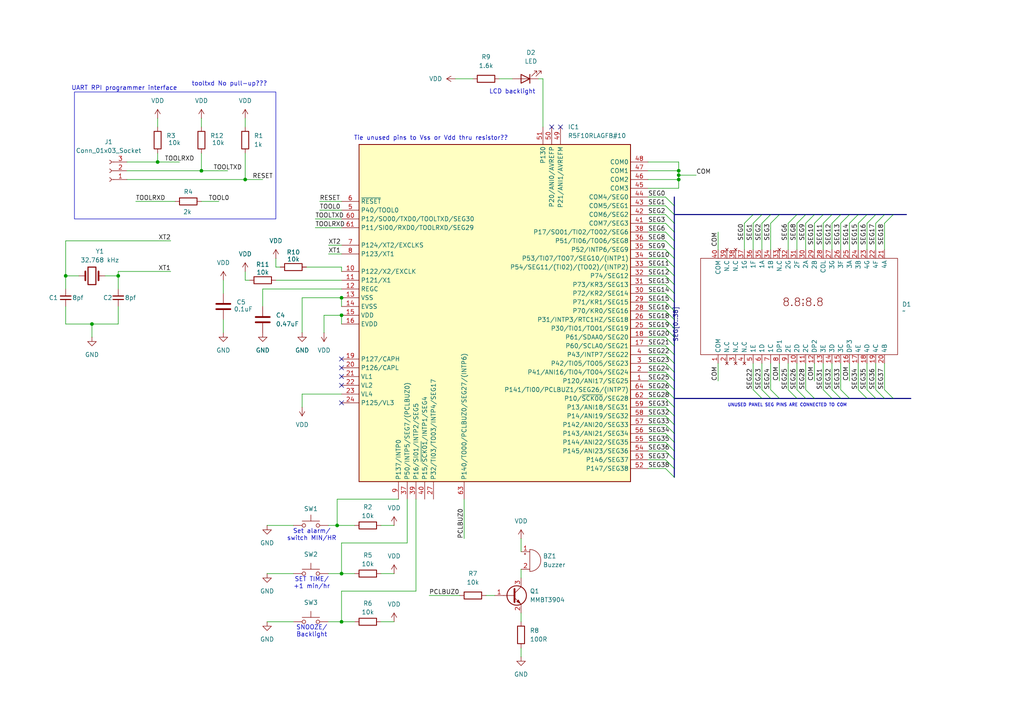
<source format=kicad_sch>
(kicad_sch (version 20250114) (generator "eeschema") (generator_version "9.0")
  (paper "A4")
  (lib_symbols
    (symbol "3rdparty:R5F10RLAGFB#10"
      (property "Reference" "IC" (at 90.932 55.372 0))
      (property "Value" "R5F10RLAGFB#10" (at 90.932 52.832 0))
      (symbol "R5F10RLAGFB#10_1_1"
        (rectangle (start 5.08 45.72) (end 83.82 -52.07) (stroke (width 0.254)) (fill (type background)))
        (pin passive line (at 0 29.21 0) (length 5.08) (name "~{RESET}") (number "6"))
        (pin passive line (at 0 26.67 0) (length 5.08) (name "P40/TOOL0") (number "5"))
        (pin passive line (at 0 24.13 0) (length 5.08) (name "P12/SO00/TXD0/TOOLTXD/SEG30") (number "60"))
        (pin passive line (at 0 21.59 0) (length 5.08) (name "P11/SI00/RXD0/TOOLRXD/SEG29") (number "61"))
        (pin passive line (at 0 16.51 0) (length 5.08) (name "P124/XT2/EXCLKS") (number "7"))
        (pin passive line (at 0 13.97 0) (length 5.08) (name "P123/XT1") (number "8"))
        (pin passive line (at 0 8.89 0) (length 5.08) (name "P122/X2/EXCLK") (number "10"))
        (pin passive line (at 0 6.35 0) (length 5.08) (name "P121/X1") (number "11"))
        (pin passive line (at 0 3.81 0) (length 5.08) (name "REGC") (number "12"))
        (pin passive line (at 0 1.27 0) (length 5.08) (name "VSS") (number "13"))
        (pin passive line (at 0 -1.27 0) (length 5.08) (name "EVSS") (number "14"))
        (pin passive line (at 0 -3.81 0) (length 5.08) (name "VDD") (number "15"))
        (pin passive line (at 0 -6.35 0) (length 5.08) (name "EVDD") (number "16"))
        (pin passive line (at 0 -16.51 0) (length 5.08) (name "P127/CAPH") (number "19"))
        (pin passive line (at 0 -19.05 0) (length 5.08) (name "P126/CAPL") (number "20"))
        (pin passive line (at 0 -21.59 0) (length 5.08) (name "VL1") (number "21"))
        (pin passive line (at 0 -24.13 0) (length 5.08) (name "VL2") (number "22"))
        (pin passive line (at 0 -26.67 0) (length 5.08) (name "VL4") (number "23"))
        (pin passive line (at 0 -29.21 0) (length 5.08) (name "P125/VL3") (number "24"))
        (pin passive line (at 16.51 -57.15 90) (length 5.08) (name "P137/INTP0") (number "9"))
        (pin passive line (at 19.05 -57.15 90) (length 5.08) (name "P50/INTP5/SEG7/(PCLBUZ0)") (number "37"))
        (pin passive line (at 21.59 -57.15 90) (length 5.08) (name "P16/SI01/INTP2/SEG5") (number "39"))
        (pin passive line (at 24.13 -57.15 90) (length 5.08) (name "P15/~{SCK01}/INTP1/SEG4") (number "40"))
        (pin passive line (at 26.67 -57.15 90) (length 5.08) (name "P32/TI03/TO03/INTP4/SEG17") (number "27"))
        (pin passive line (at 35.56 -57.15 90) (length 5.08) (name "P140/TO00/PCLBUZ0/SEG27/(INTP6)") (number "63"))
        (pin passive line (at 58.42 50.8 270) (length 5.08) (name "P130") (number "51"))
        (pin passive line (at 60.96 50.8 270) (length 5.08) (name "P20/ANI0/AVREFP") (number "50"))
        (pin passive line (at 63.5 50.8 270) (length 5.08) (name "P21/ANI1/AVREFM") (number "49"))
        (pin passive line (at 88.9 40.64 180) (length 5.08) (name "COM0") (number "48"))
        (pin passive line (at 88.9 38.1 180) (length 5.08) (name "COM1") (number "47"))
        (pin passive line (at 88.9 35.56 180) (length 5.08) (name "COM2") (number "46"))
        (pin passive line (at 88.9 33.02 180) (length 5.08) (name "COM3") (number "45"))
        (pin passive line (at 88.9 30.48 180) (length 5.08) (name "COM4/SEG0") (number "44"))
        (pin passive line (at 88.9 27.94 180) (length 5.08) (name "COM5/SEG1") (number "43"))
        (pin passive line (at 88.9 25.4 180) (length 5.08) (name "COM6/SEG2") (number "42"))
        (pin passive line (at 88.9 22.86 180) (length 5.08) (name "COM7/SEG3") (number "41"))
        (pin passive line (at 88.9 20.32 180) (length 5.08) (name "P17/SO01/TI02/TO02/SEG6") (number "38"))
        (pin passive line (at 88.9 17.78 180) (length 5.08) (name "P51/TI06/TO06/SEG8") (number "36"))
        (pin passive line (at 88.9 15.24 180) (length 5.08) (name "P52/INTP6/SEG9") (number "35"))
        (pin passive line (at 88.9 12.7 180) (length 5.08) (name "P53/TI07/TO07/SEG10/(INTP1)") (number "34"))
        (pin passive line (at 88.9 10.16 180) (length 5.08) (name "P54/SEG11/(TI02)/(TO02)/(INTP2)") (number "33"))
        (pin passive line (at 88.9 7.62 180) (length 5.08) (name "P74/SEG12") (number "32"))
        (pin passive line (at 88.9 5.08 180) (length 5.08) (name "P73/KR3/SEG13") (number "31"))
        (pin passive line (at 88.9 2.54 180) (length 5.08) (name "P72/KR2/SEG14") (number "30"))
        (pin passive line (at 88.9 0 180) (length 5.08) (name "P71/KR1/SEG15") (number "29"))
        (pin passive line (at 88.9 -2.54 180) (length 5.08) (name "P70/KR0/SEG16") (number "28"))
        (pin passive line (at 88.9 -5.08 180) (length 5.08) (name "P31/INTP3/RTC1HZ/SEG18") (number "26"))
        (pin passive line (at 88.9 -7.62 180) (length 5.08) (name "P30/TI01/TO01/SEG19") (number "25"))
        (pin passive line (at 88.9 -10.16 180) (length 5.08) (name "P61/SDAA0/SEG20") (number "18"))
        (pin passive line (at 88.9 -12.7 180) (length 5.08) (name "P60/SCLA0/SEG21") (number "17"))
        (pin passive line (at 88.9 -15.24 180) (length 5.08) (name "P43/INTP7/SEG22") (number "4"))
        (pin passive line (at 88.9 -17.78 180) (length 5.08) (name "P42/TI05/TO05/SEG23") (number "3"))
        (pin passive line (at 88.9 -20.32 180) (length 5.08) (name "P41/ANI16/TI04/TO04/SEG24") (number "2"))
        (pin passive line (at 88.9 -22.86 180) (length 5.08) (name "P120/ANI17/SEG25") (number "1"))
        (pin passive line (at 88.9 -25.4 180) (length 5.08) (name "P141/TI00/PCLBUZ1/SEG26/(INTP7)") (number "64"))
        (pin passive line (at 88.9 -27.94 180) (length 5.08) (name "P10/~{SCK00}/SEG28") (number "62"))
        (pin passive line (at 88.9 -30.48 180) (length 5.08) (name "P13/ANI18/SEG31") (number "59"))
        (pin passive line (at 88.9 -33.02 180) (length 5.08) (name "P14/ANI19/SEG32") (number "58"))
        (pin passive line (at 88.9 -35.56 180) (length 5.08) (name "P142/ANI20/SEG33") (number "57"))
        (pin passive line (at 88.9 -38.1 180) (length 5.08) (name "P143/ANI21/SEG34") (number "56"))
        (pin passive line (at 88.9 -40.64 180) (length 5.08) (name "P144/ANI22/SEG35") (number "55"))
        (pin passive line (at 88.9 -43.18 180) (length 5.08) (name "P145/ANI23/SEG36") (number "54"))
        (pin passive line (at 88.9 -45.72 180) (length 5.08) (name "P146/SEG37") (number "53"))
        (pin passive line (at 88.9 -48.26 180) (length 5.08) (name "P147/SEG38") (number "52"))
      )
    )
    (symbol "Connector:Conn_01x03_Socket" (pin_names (offset 1.016) (hide yes))
      (property "Reference" "J" (at 0 5.08 0))
      (property "Value" "Conn_01x03_Socket" (at 0 -5.08 0))
      (symbol "Conn_01x03_Socket_1_1"
        (polyline (pts (xy -1.27 2.54) (xy -0.508 2.54)) (stroke (width 0.1524)))
        (polyline (pts (xy -1.27 0) (xy -0.508 0)) (stroke (width 0.1524)))
        (polyline (pts (xy -1.27 -2.54) (xy -0.508 -2.54)) (stroke (width 0.1524)))
        (arc (start 0 2.032) (mid -0.5058 2.54) (end 0 3.048) (stroke (width 0.1524)))
        (arc (start 0 -0.508) (mid -0.5058 0) (end 0 0.508) (stroke (width 0.1524)))
        (arc (start 0 -3.048) (mid -0.5058 -2.54) (end 0 -2.032) (stroke (width 0.1524)))
        (pin passive line (at -5.08 2.54 0) (length 3.81) (name "Pin_1") (number "1"))
        (pin passive line (at -5.08 0 0) (length 3.81) (name "Pin_2") (number "2"))
        (pin passive line (at -5.08 -2.54 0) (length 3.81) (name "Pin_3") (number "3"))
      )
    )
    (symbol "Device:Buzzer" (pin_names (offset 0.0254) (hide yes))
      (property "Reference" "BZ" (at 3.81 1.27 0))
      (property "Value" "Buzzer" (at 3.81 -1.27 0))
      (symbol "Buzzer_0_1"
        (polyline (pts (xy -1.651 1.905) (xy -1.143 1.905)))
        (polyline (pts (xy -1.397 2.159) (xy -1.397 1.651)))
        (arc (start 0 3.175) (mid 3.1612 0) (end 0 -3.175))
        (polyline (pts (xy 0 3.175) (xy 0 -3.175)))
      )
      (symbol "Buzzer_1_1"
        (pin passive line (at -2.54 2.54 0) (length 2.54) (name "+") (number "1"))
        (pin passive line (at -2.54 -2.54 0) (length 2.54) (name "-") (number "2"))
      )
    )
    (symbol "Device:C" (pin_numbers (hide yes)) (pin_names (offset 0.254))
      (property "Reference" "C" (at 0.635 2.54 0))
      (property "Value" "C" (at 0.635 -2.54 0))
      (symbol "C_0_1"
        (polyline (pts (xy -2.032 0.762) (xy 2.032 0.762)) (stroke (width 0.508)))
        (polyline (pts (xy -2.032 -0.762) (xy 2.032 -0.762)) (stroke (width 0.508)))
      )
      (symbol "C_1_1"
        (pin passive line (at 0 3.81 270) (length 2.794) (name "~") (number "1"))
        (pin passive line (at 0 -3.81 90) (length 2.794) (name "~") (number "2"))
      )
    )
    (symbol "Device:C_Small" (pin_numbers (hide yes)) (pin_names (offset 0.254) (hide yes))
      (property "Reference" "C" (at 0.254 1.778 0))
      (property "Value" "C_Small" (at 0.254 -2.032 0))
      (symbol "C_Small_0_1"
        (polyline (pts (xy -1.524 0.508) (xy 1.524 0.508)) (stroke (width 0.3048)))
        (polyline (pts (xy -1.524 -0.508) (xy 1.524 -0.508)) (stroke (width 0.3302)))
      )
      (symbol "C_Small_1_1"
        (pin passive line (at 0 2.54 270) (length 2.032) (name "~") (number "1"))
        (pin passive line (at 0 -2.54 90) (length 2.032) (name "~") (number "2"))
      )
    )
    (symbol "Device:Crystal" (pin_numbers (hide yes)) (pin_names (offset 1.016) (hide yes))
      (property "Reference" "Y" (at 0 3.81 0))
      (property "Value" "Crystal" (at 0 -3.81 0))
      (symbol "Crystal_0_1"
        (polyline (pts (xy -2.54 0) (xy -1.905 0)))
        (polyline (pts (xy -1.905 -1.27) (xy -1.905 1.27)) (stroke (width 0.508)))
        (rectangle (start -1.143 2.54) (end 1.143 -2.54) (stroke (width 0.3048)))
        (polyline (pts (xy 1.905 -1.27) (xy 1.905 1.27)) (stroke (width 0.508)))
        (polyline (pts (xy 2.54 0) (xy 1.905 0)))
      )
      (symbol "Crystal_1_1"
        (pin passive line (at -3.81 0 0) (length 1.27) (name "1") (number "1"))
        (pin passive line (at 3.81 0 180) (length 1.27) (name "2") (number "2"))
      )
    )
    (symbol "Device:LED" (pin_numbers (hide yes)) (pin_names (offset 1.016) (hide yes))
      (property "Reference" "D" (at 0 2.54 0))
      (property "Value" "LED" (at 0 -2.54 0))
      (symbol "LED_0_1"
        (polyline (pts (xy -3.048 -0.762) (xy -4.572 -2.286) (xy -3.81 -2.286) (xy -4.572 -2.286) (xy -4.572 -1.524)))
        (polyline (pts (xy -1.778 -0.762) (xy -3.302 -2.286) (xy -2.54 -2.286) (xy -3.302 -2.286) (xy -3.302 -1.524)))
        (polyline (pts (xy -1.27 0) (xy 1.27 0)))
        (polyline (pts (xy -1.27 -1.27) (xy -1.27 1.27)) (stroke (width 0.254)))
        (polyline (pts (xy 1.27 -1.27) (xy 1.27 1.27) (xy -1.27 0) (xy 1.27 -1.27)) (stroke (width 0.254)))
      )
      (symbol "LED_1_1"
        (pin passive line (at -3.81 0 0) (length 2.54) (name "K") (number "1"))
        (pin passive line (at 3.81 0 180) (length 2.54) (name "A") (number "2"))
      )
    )
    (symbol "Device:R" (pin_numbers (hide yes)) (pin_names (offset 0))
      (property "Reference" "R" (at 2.032 0 90))
      (property "Value" "R" (at 0 0 90))
      (symbol "R_0_1"
        (rectangle (start -1.016 -2.54) (end 1.016 2.54) (stroke (width 0.254)))
      )
      (symbol "R_1_1"
        (pin passive line (at 0 3.81 270) (length 1.27) (name "~") (number "1"))
        (pin passive line (at 0 -3.81 90) (length 1.27) (name "~") (number "2"))
      )
    )
    (symbol "Switch:SW_MEC_5G" (pin_numbers (hide yes)) (pin_names (offset 1.016) (hide yes))
      (property "Reference" "SW" (at 1.27 2.54 0))
      (property "Value" "SW_MEC_5G" (at 0 -1.524 0))
      (symbol "SW_MEC_5G_0_1"
        (circle (center -2.032 0) (radius 0.508))
        (polyline (pts (xy 0 1.27) (xy 0 3.048)))
        (circle (center 2.032 0) (radius 0.508))
        (polyline (pts (xy 2.54 1.27) (xy -2.54 1.27)))
        (pin passive line (at -5.08 0 0) (length 2.54) (name "A") (number "1"))
        (pin passive line (at 5.08 0 180) (length 2.54) (name "B") (number "3"))
      )
      (symbol "SW_MEC_5G_1_1"
        (pin passive line (at -5.08 0 0) (length 2.54) (hide yes) (name "A") (number "2"))
        (pin passive line (at 5.08 0 180) (length 2.54) (hide yes) (name "B") (number "4"))
      )
    )
    (symbol "Transistor_BJT:MMBT3904" (pin_names (offset 0) (hide yes))
      (property "Reference" "Q" (at 5.08 1.905 0))
      (property "Value" "MMBT3904" (at 5.08 0 0))
      (symbol "MMBT3904_0_1"
        (polyline (pts (xy -2.54 0) (xy 0.635 0)))
        (polyline (pts (xy 0.635 1.905) (xy 0.635 -1.905)) (stroke (width 0.508)))
        (circle (center 1.27 0) (radius 2.8194) (stroke (width 0.254)))
      )
      (symbol "MMBT3904_1_1"
        (polyline (pts (xy 0.635 0.635) (xy 2.54 2.54)))
        (polyline (pts (xy 0.635 -0.635) (xy 2.54 -2.54)))
        (polyline (pts (xy 1.27 -1.778) (xy 1.778 -1.27) (xy 2.286 -2.286) (xy 1.27 -1.778)) (fill (type outline)))
        (pin input line (at -5.08 0 0) (length 2.54) (name "B") (number "1"))
        (pin passive line (at 2.54 5.08 270) (length 2.54) (name "C") (number "3"))
        (pin passive line (at 2.54 -5.08 90) (length 2.54) (name "E") (number "2"))
      )
    )
    (symbol "VI-402:VI-402"
      (property "Reference" "D" (at 17.526 -12.192 0))
      (symbol "VI-402_0_1"
        (rectangle (start -41.91 0) (end 15.24 -27.94))
      )
      (symbol "VI-402_1_1"
        (text ":" (at -12.192 -12.192 0) (effects (font (size 2.159 2.159))))
        (text "8.8.8.8" (at -12.192 -12.7 0) (effects (font (size 2.286 2.286))))
        (pin input line (at -36.83 2.54 270) (length 2.54) (name "COM") (number "40"))
        (pin input line (at -36.83 -30.48 90) (length 2.54) (name "COM") (number "1"))
        (pin no_connect line (at -34.29 2.54 270) (length 2.54) (name "N.C") (number "39"))
        (pin no_connect line (at -34.29 -30.48 90) (length 2.54) (name "N.C") (number "2"))
        (pin no_connect line (at -31.75 2.54 270) (length 2.54) (name "N.C") (number "38"))
        (pin no_connect line (at -31.75 -30.48 90) (length 2.54) (name "N.C") (number "3"))
        (pin input line (at -29.21 2.54 270) (length 2.54) (name "1G") (number "37"))
        (pin no_connect line (at -29.21 -30.48 90) (length 2.54) (name "N.C") (number "4"))
        (pin input line (at -26.67 2.54 270) (length 2.54) (name "1F") (number "36"))
        (pin input line (at -26.67 -30.48 90) (length 2.54) (name "1E") (number "5"))
        (pin input line (at -24.13 2.54 270) (length 2.54) (name "1A") (number "35"))
        (pin input line (at -24.13 -30.48 90) (length 2.54) (name "1D") (number "6"))
        (pin input line (at -21.59 2.54 270) (length 2.54) (name "1B") (number "34"))
        (pin input line (at -21.59 -30.48 90) (length 2.54) (name "1C") (number "7"))
        (pin no_connect line (at -19.05 2.54 270) (length 2.54) (name "N.C") (number "33"))
        (pin input line (at -19.05 -30.48 90) (length 2.54) (name "DP1") (number "8"))
        (pin input line (at -16.51 2.54 270) (length 2.54) (name "2G") (number "32"))
        (pin input line (at -16.51 -30.48 90) (length 2.54) (name "2E") (number "9"))
        (pin input line (at -13.97 2.54 270) (length 2.54) (name "2F") (number "31"))
        (pin input line (at -13.97 -30.48 90) (length 2.54) (name "2D") (number "10"))
        (pin input line (at -11.43 2.54 270) (length 2.54) (name "2A") (number "30"))
        (pin input line (at -11.43 -30.48 90) (length 2.54) (name "2C") (number "11"))
        (pin input line (at -8.89 2.54 270) (length 2.54) (name "2B") (number "29"))
        (pin input line (at -8.89 -30.48 90) (length 2.54) (name "DP2") (number "12"))
        (pin input line (at -6.35 2.54 270) (length 2.54) (name "COL") (number "28"))
        (pin input line (at -6.35 -30.48 90) (length 2.54) (name "3E") (number "13"))
        (pin input line (at -3.81 2.54 270) (length 2.54) (name "3G") (number "27"))
        (pin input line (at -3.81 -30.48 90) (length 2.54) (name "3D") (number "14"))
        (pin input line (at -1.27 2.54 270) (length 2.54) (name "3F") (number "26"))
        (pin input line (at -1.27 -30.48 90) (length 2.54) (name "3C") (number "15"))
        (pin input line (at 1.27 2.54 270) (length 2.54) (name "3A") (number "25"))
        (pin input line (at 1.27 -30.48 90) (length 2.54) (name "DP3") (number "16"))
        (pin input line (at 3.81 2.54 270) (length 2.54) (name "3B") (number "24"))
        (pin input line (at 3.81 -30.48 90) (length 2.54) (name "4E") (number "17"))
        (pin input line (at 6.35 2.54 270) (length 2.54) (name "4G") (number "23"))
        (pin input line (at 6.35 -30.48 90) (length 2.54) (name "4D") (number "18"))
        (pin input line (at 8.89 2.54 270) (length 2.54) (name "4F") (number "22"))
        (pin input line (at 8.89 -30.48 90) (length 2.54) (name "4C") (number "19"))
        (pin input line (at 11.43 2.54 270) (length 2.54) (name "4A") (number "21"))
        (pin input line (at 11.43 -30.48 90) (length 2.54) (name "4B") (number "20"))
      )
    )
    (symbol "power:GND" (power) (pin_numbers (hide yes)) (pin_names (offset 0) (hide yes))
      (property "Value" "GND" (at 0 -3.81 0))
      (symbol "GND_0_1"
        (polyline (pts (xy 0 0) (xy 0 -1.27) (xy 1.27 -1.27) (xy 0 -2.54) (xy -1.27 -1.27) (xy 0 -1.27)))
      )
      (symbol "GND_1_1"
        (pin power_in line (at 0 0 270) (length 0) (name "~") (number "1"))
      )
    )
    (symbol "power:VDD" (power) (pin_numbers (hide yes)) (pin_names (offset 0) (hide yes))
      (property "Value" "VDD" (at 0 3.556 0))
      (symbol "VDD_0_1"
        (polyline (pts (xy -0.762 1.27) (xy 0 2.54)))
        (polyline (pts (xy 0 2.54) (xy 0.762 1.27)))
        (polyline (pts (xy 0 0) (xy 0 2.54)))
      )
      (symbol "VDD_1_1"
        (pin power_in line (at 0 0 90) (length 0) (name "~") (number "1"))
      )
    )
  )
  (rectangle (start 21.59 26.67) (end 80.01 63.5))
  (text "UNUSED PANEL SEG PINS ARE CONNECTED TO COM" (at 228.346 117.602 0) (effects (font (size 0.889 0.889))))
  (text "LCD backlight" (at 148.59 26.67 0) (effects (font (size 1.27 1.27))))
  (text "UART RPI programmer interface" (at 36.068 25.654 0) (effects (font (size 1.27 1.27))))
  (text "SET TIME/\n+1 min/hr" (at 90.424 169.164 0) (effects (font (size 1.27 1.27))))
  (text "Set alarm/\nswitch MIN/HR" (at 90.424 155.194 0) (effects (font (size 1.27 1.27))))
  (text "SNOOZE/\nBacklight" (at 90.424 183.134 0) (effects (font (size 1.27 1.27))))
  (text "tooltxd No pull-up???\n" (at 66.548 24.384 0) (effects (font (size 1.27 1.27))))
  (text "Tie unused pins to Vss or Vdd thru resistor?? " (at 125.476 40.132 0) (effects (font (size 1.27 1.27))))
  (junction (at 99.06 86.36))
  (junction (at 34.29 80.01))
  (junction (at 19.05 80.01))
  (junction (at 99.06 180.34))
  (junction (at 196.85 50.8))
  (junction (at 196.85 49.53))
  (junction (at 97.79 152.4))
  (junction (at 99.06 166.37))
  (junction (at 71.12 52.07))
  (junction (at 45.72 46.99))
  (junction (at 26.67 93.98))
  (junction (at 196.85 52.07))
  (junction (at 99.06 91.44))
  (junction (at 58.42 49.53))
  (no_connect (at 99.06 106.68))
  (no_connect (at 160.02 36.83))
  (no_connect (at 162.56 36.83))
  (no_connect (at 99.06 116.84))
  (no_connect (at 99.06 104.14))
  (no_connect (at 99.06 109.22))
  (no_connect (at 99.06 111.76))
  (bus_entry (at 195.58 59.69) (size -2.54 -2.54))
  (bus_entry (at 236.22 115.57) (size -2.54 -2.54))
  (bus_entry (at 195.58 102.87) (size -2.54 -2.54))
  (bus_entry (at 243.84 62.23) (size -2.54 2.54))
  (bus_entry (at 218.44 62.23) (size -2.54 2.54))
  (bus_entry (at 195.58 82.55) (size -2.54 -2.54))
  (bus_entry (at 195.58 87.63) (size -2.54 -2.54))
  (bus_entry (at 226.06 115.57) (size -2.54 -2.54))
  (bus_entry (at 246.38 62.23) (size -2.54 2.54))
  (bus_entry (at 233.68 115.57) (size -2.54 -2.54))
  (bus_entry (at 220.98 62.23) (size -2.54 2.54))
  (bus_entry (at 256.54 115.57) (size -2.54 -2.54))
  (bus_entry (at 243.84 115.57) (size -2.54 -2.54))
  (bus_entry (at 195.58 110.49) (size -2.54 -2.54))
  (bus_entry (at 195.58 62.23) (size -2.54 -2.54))
  (bus_entry (at 259.08 115.57) (size -2.54 -2.54))
  (bus_entry (at 195.58 118.11) (size -2.54 -2.54))
  (bus_entry (at 254 62.23) (size -2.54 2.54))
  (bus_entry (at 195.58 123.19) (size -2.54 -2.54))
  (bus_entry (at 195.58 69.85) (size -2.54 -2.54))
  (bus_entry (at 195.58 130.81) (size -2.54 -2.54))
  (bus_entry (at 241.3 115.57) (size -2.54 -2.54))
  (bus_entry (at 231.14 115.57) (size -2.54 -2.54))
  (bus_entry (at 259.08 62.23) (size -2.54 2.54))
  (bus_entry (at 195.58 138.43) (size -2.54 -2.54))
  (bus_entry (at 254 115.57) (size -2.54 -2.54))
  (bus_entry (at 195.58 120.65) (size -2.54 -2.54))
  (bus_entry (at 195.58 72.39) (size -2.54 -2.54))
  (bus_entry (at 223.52 62.23) (size -2.54 2.54))
  (bus_entry (at 195.58 80.01) (size -2.54 -2.54))
  (bus_entry (at 195.58 125.73) (size -2.54 -2.54))
  (bus_entry (at 195.58 74.93) (size -2.54 -2.54))
  (bus_entry (at 248.92 62.23) (size -2.54 2.54))
  (bus_entry (at 195.58 67.31) (size -2.54 -2.54))
  (bus_entry (at 236.22 62.23) (size -2.54 2.54))
  (bus_entry (at 195.58 128.27) (size -2.54 -2.54))
  (bus_entry (at 195.58 113.03) (size -2.54 -2.54))
  (bus_entry (at 195.58 133.35) (size -2.54 -2.54))
  (bus_entry (at 195.58 100.33) (size -2.54 -2.54))
  (bus_entry (at 223.52 115.57) (size -2.54 -2.54))
  (bus_entry (at 195.58 105.41) (size -2.54 -2.54))
  (bus_entry (at 251.46 115.57) (size -2.54 -2.54))
  (bus_entry (at 195.58 135.89) (size -2.54 -2.54))
  (bus_entry (at 195.58 85.09) (size -2.54 -2.54))
  (bus_entry (at 226.06 62.23) (size -2.54 2.54))
  (bus_entry (at 238.76 62.23) (size -2.54 2.54))
  (bus_entry (at 233.68 62.23) (size -2.54 2.54))
  (bus_entry (at 246.38 115.57) (size -2.54 -2.54))
  (bus_entry (at 231.14 62.23) (size -2.54 2.54))
  (bus_entry (at 195.58 77.47) (size -2.54 -2.54))
  (bus_entry (at 195.58 90.17) (size -2.54 -2.54))
  (bus_entry (at 195.58 95.25) (size -2.54 -2.54))
  (bus_entry (at 195.58 107.95) (size -2.54 -2.54))
  (bus_entry (at 195.58 115.57) (size -2.54 -2.54))
  (bus_entry (at 195.58 92.71) (size -2.54 -2.54))
  (bus_entry (at 195.58 97.79) (size -2.54 -2.54))
  (bus_entry (at 251.46 62.23) (size -2.54 2.54))
  (bus_entry (at 195.58 64.77) (size -2.54 -2.54))
  (bus_entry (at 241.3 62.23) (size -2.54 2.54))
  (bus_entry (at 256.54 62.23) (size -2.54 2.54))
  (bus_entry (at 220.98 115.57) (size -2.54 -2.54))
  (bus (pts (xy 223.52 115.57) (xy 226.06 115.57)))
  (bus (pts (xy 195.58 130.81) (xy 195.58 133.35)))
  (bus (pts (xy 195.58 97.79) (xy 195.58 100.33)))
  (wire (pts (xy 95.25 180.34) (xy 99.06 180.34)))
  (bus (pts (xy 256.54 115.57) (xy 259.08 115.57)))
  (wire (pts (xy 99.06 180.34) (xy 102.87 180.34)))
  (wire (pts (xy 91.44 63.5) (xy 99.06 63.5)))
  (bus (pts (xy 241.3 115.57) (xy 243.84 115.57)))
  (wire (pts (xy 241.3 64.77) (xy 241.3 72.39)))
  (wire (pts (xy 110.49 152.4) (xy 114.3 152.4)))
  (bus (pts (xy 243.84 62.23) (xy 246.38 62.23)))
  (wire (pts (xy 36.83 49.53) (xy 58.42 49.53)))
  (bus (pts (xy 195.58 135.89) (xy 195.58 138.43)))
  (bus (pts (xy 220.98 115.57) (xy 223.52 115.57)))
  (wire (pts (xy 76.2 83.82) (xy 99.06 83.82)))
  (wire (pts (xy 93.98 91.44) (xy 93.98 96.52)))
  (bus (pts (xy 195.58 80.01) (xy 195.58 82.55)))
  (wire (pts (xy 256.54 105.41) (xy 256.54 113.03)))
  (wire (pts (xy 187.96 85.09) (xy 193.04 85.09)))
  (bus (pts (xy 195.58 95.25) (xy 195.58 97.79)))
  (wire (pts (xy 92.71 58.42) (xy 99.06 58.42)))
  (wire (pts (xy 99.06 166.37) (xy 102.87 166.37)))
  (wire (pts (xy 187.96 54.61) (xy 196.85 54.61)))
  (wire (pts (xy 19.05 80.01) (xy 19.05 69.85)))
  (bus (pts (xy 195.58 115.57) (xy 195.58 118.11)))
  (wire (pts (xy 187.96 115.57) (xy 193.04 115.57)))
  (bus (pts (xy 233.68 115.57) (xy 236.22 115.57)))
  (wire (pts (xy 34.29 83.82) (xy 34.29 80.01)))
  (wire (pts (xy 118.11 144.78) (xy 118.11 157.48)))
  (bus (pts (xy 195.58 57.15) (xy 195.58 59.69)))
  (wire (pts (xy 187.96 100.33) (xy 193.04 100.33)))
  (bus (pts (xy 238.76 62.23) (xy 241.3 62.23)))
  (bus (pts (xy 195.58 100.33) (xy 195.58 102.87)))
  (wire (pts (xy 187.96 72.39) (xy 193.04 72.39)))
  (wire (pts (xy 187.96 57.15) (xy 193.04 57.15)))
  (wire (pts (xy 99.06 91.44) (xy 99.06 93.98)))
  (wire (pts (xy 151.13 165.1) (xy 151.13 167.64)))
  (wire (pts (xy 58.42 44.45) (xy 58.42 49.53)))
  (bus (pts (xy 195.58 62.23) (xy 195.58 64.77)))
  (wire (pts (xy 251.46 64.77) (xy 251.46 72.39)))
  (wire (pts (xy 88.9 77.47) (xy 99.06 77.47)))
  (bus (pts (xy 195.58 110.49) (xy 195.58 113.03)))
  (wire (pts (xy 99.06 91.44) (xy 93.98 91.44)))
  (bus (pts (xy 195.58 64.77) (xy 195.58 67.31)))
  (wire (pts (xy 187.96 77.47) (xy 193.04 77.47)))
  (wire (pts (xy 243.84 64.77) (xy 243.84 72.39)))
  (wire (pts (xy 99.06 77.47) (xy 99.06 78.74)))
  (bus (pts (xy 233.68 62.23) (xy 236.22 62.23)))
  (bus (pts (xy 256.54 62.23) (xy 259.08 62.23)))
  (wire (pts (xy 124.46 172.72) (xy 133.35 172.72)))
  (wire (pts (xy 238.76 105.41) (xy 238.76 113.03)))
  (wire (pts (xy 238.76 64.77) (xy 238.76 72.39)))
  (wire (pts (xy 58.42 49.53) (xy 66.04 49.53)))
  (wire (pts (xy 132.08 22.86) (xy 137.16 22.86)))
  (wire (pts (xy 196.85 46.99) (xy 196.85 49.53)))
  (bus (pts (xy 251.46 115.57) (xy 254 115.57)))
  (wire (pts (xy 80.01 81.28) (xy 99.06 81.28)))
  (wire (pts (xy 77.47 180.34) (xy 85.09 180.34)))
  (bus (pts (xy 195.58 62.23) (xy 218.44 62.23)))
  (wire (pts (xy 19.05 93.98) (xy 19.05 88.9)))
  (wire (pts (xy 99.06 86.36) (xy 87.63 86.36)))
  (wire (pts (xy 196.85 54.61) (xy 196.85 52.07)))
  (bus (pts (xy 195.58 133.35) (xy 195.58 135.89)))
  (wire (pts (xy 246.38 64.77) (xy 246.38 72.39)))
  (wire (pts (xy 218.44 105.41) (xy 218.44 113.03)))
  (wire (pts (xy 144.78 22.86) (xy 148.59 22.86)))
  (wire (pts (xy 134.62 144.78) (xy 134.62 156.21)))
  (wire (pts (xy 187.96 123.19) (xy 193.04 123.19)))
  (wire (pts (xy 236.22 64.77) (xy 236.22 72.39)))
  (wire (pts (xy 228.6 105.41) (xy 228.6 113.03)))
  (bus (pts (xy 195.58 72.39) (xy 195.58 74.93)))
  (bus (pts (xy 195.58 69.85) (xy 195.58 72.39)))
  (bus (pts (xy 254 115.57) (xy 256.54 115.57)))
  (wire (pts (xy 223.52 64.77) (xy 223.52 72.39)))
  (wire (pts (xy 99.06 171.45) (xy 120.65 171.45)))
  (wire (pts (xy 187.96 87.63) (xy 193.04 87.63)))
  (wire (pts (xy 251.46 105.41) (xy 251.46 113.03)))
  (bus (pts (xy 243.84 115.57) (xy 246.38 115.57)))
  (wire (pts (xy 187.96 95.25) (xy 193.04 95.25)))
  (wire (pts (xy 71.12 52.07) (xy 76.2 52.07)))
  (wire (pts (xy 97.79 144.78) (xy 97.79 152.4)))
  (wire (pts (xy 187.96 130.81) (xy 193.04 130.81)))
  (wire (pts (xy 236.22 105.41) (xy 236.22 110.49)))
  (wire (pts (xy 72.39 81.28) (xy 71.12 81.28)))
  (wire (pts (xy 187.96 80.01) (xy 193.04 80.01)))
  (wire (pts (xy 220.98 64.77) (xy 220.98 72.39)))
  (wire (pts (xy 187.96 120.65) (xy 193.04 120.65)))
  (wire (pts (xy 157.48 22.86) (xy 157.48 36.83)))
  (wire (pts (xy 187.96 64.77) (xy 193.04 64.77)))
  (wire (pts (xy 187.96 105.41) (xy 193.04 105.41)))
  (wire (pts (xy 196.85 50.8) (xy 196.85 49.53)))
  (bus (pts (xy 195.58 90.17) (xy 195.58 92.71)))
  (wire (pts (xy 76.2 83.82) (xy 76.2 88.9)))
  (wire (pts (xy 95.25 152.4) (xy 97.79 152.4)))
  (wire (pts (xy 99.06 171.45) (xy 99.06 180.34)))
  (wire (pts (xy 45.72 34.29) (xy 45.72 36.83)))
  (wire (pts (xy 254 105.41) (xy 254 113.03)))
  (bus (pts (xy 248.92 62.23) (xy 251.46 62.23)))
  (wire (pts (xy 248.92 105.41) (xy 248.92 113.03)))
  (wire (pts (xy 118.11 157.48) (xy 99.06 157.48)))
  (bus (pts (xy 220.98 62.23) (xy 223.52 62.23)))
  (wire (pts (xy 246.38 105.41) (xy 246.38 110.49)))
  (wire (pts (xy 187.96 128.27) (xy 193.04 128.27)))
  (wire (pts (xy 187.96 97.79) (xy 193.04 97.79)))
  (wire (pts (xy 92.71 60.96) (xy 99.06 60.96)))
  (bus (pts (xy 195.58 82.55) (xy 195.58 85.09)))
  (wire (pts (xy 187.96 118.11) (xy 193.04 118.11)))
  (wire (pts (xy 151.13 187.96) (xy 151.13 190.5)))
  (wire (pts (xy 248.92 64.77) (xy 248.92 72.39)))
  (wire (pts (xy 215.9 64.77) (xy 215.9 72.39)))
  (wire (pts (xy 71.12 44.45) (xy 71.12 52.07)))
  (wire (pts (xy 196.85 52.07) (xy 196.85 50.8)))
  (wire (pts (xy 87.63 86.36) (xy 87.63 96.52)))
  (wire (pts (xy 36.83 46.99) (xy 45.72 46.99)))
  (wire (pts (xy 120.65 144.78) (xy 120.65 171.45)))
  (wire (pts (xy 80.01 74.93) (xy 80.01 77.47)))
  (wire (pts (xy 243.84 105.41) (xy 243.84 113.03)))
  (wire (pts (xy 220.98 105.41) (xy 220.98 113.03)))
  (wire (pts (xy 226.06 105.41) (xy 226.06 110.49)))
  (wire (pts (xy 228.6 64.77) (xy 228.6 72.39)))
  (wire (pts (xy 36.83 52.07) (xy 71.12 52.07)))
  (bus (pts (xy 246.38 62.23) (xy 248.92 62.23)))
  (wire (pts (xy 71.12 34.29) (xy 71.12 36.83)))
  (wire (pts (xy 187.96 59.69) (xy 193.04 59.69)))
  (wire (pts (xy 233.68 64.77) (xy 233.68 72.39)))
  (wire (pts (xy 58.42 58.42) (xy 63.5 58.42)))
  (bus (pts (xy 236.22 62.23) (xy 238.76 62.23)))
  (wire (pts (xy 34.29 80.01) (xy 30.48 80.01)))
  (bus (pts (xy 241.3 62.23) (xy 243.84 62.23)))
  (bus (pts (xy 195.58 123.19) (xy 195.58 125.73)))
  (bus (pts (xy 195.58 67.31) (xy 195.58 69.85)))
  (bus (pts (xy 218.44 62.23) (xy 220.98 62.23)))
  (wire (pts (xy 19.05 83.82) (xy 19.05 80.01)))
  (wire (pts (xy 87.63 114.3) (xy 87.63 118.11)))
  (wire (pts (xy 34.29 78.74) (xy 49.53 78.74)))
  (wire (pts (xy 187.96 46.99) (xy 196.85 46.99)))
  (wire (pts (xy 231.14 105.41) (xy 231.14 113.03)))
  (bus (pts (xy 195.58 92.71) (xy 195.58 95.25)))
  (bus (pts (xy 226.06 115.57) (xy 231.14 115.57)))
  (bus (pts (xy 246.38 115.57) (xy 251.46 115.57)))
  (bus (pts (xy 195.58 74.93) (xy 195.58 77.47)))
  (wire (pts (xy 187.96 110.49) (xy 193.04 110.49)))
  (wire (pts (xy 19.05 69.85) (xy 49.53 69.85)))
  (wire (pts (xy 187.96 82.55) (xy 193.04 82.55)))
  (wire (pts (xy 97.79 152.4) (xy 102.87 152.4)))
  (wire (pts (xy 19.05 93.98) (xy 26.67 93.98)))
  (bus (pts (xy 231.14 62.23) (xy 233.68 62.23)))
  (wire (pts (xy 187.96 67.31) (xy 193.04 67.31)))
  (bus (pts (xy 254 62.23) (xy 256.54 62.23)))
  (wire (pts (xy 223.52 105.41) (xy 223.52 113.03)))
  (bus (pts (xy 195.58 87.63) (xy 195.58 90.17)))
  (bus (pts (xy 195.58 120.65) (xy 195.58 123.19)))
  (wire (pts (xy 187.96 69.85) (xy 193.04 69.85)))
  (wire (pts (xy 187.96 62.23) (xy 193.04 62.23)))
  (wire (pts (xy 187.96 52.07) (xy 196.85 52.07)))
  (wire (pts (xy 187.96 90.17) (xy 193.04 90.17)))
  (bus (pts (xy 195.58 125.73) (xy 195.58 128.27)))
  (wire (pts (xy 45.72 46.99) (xy 52.07 46.99)))
  (wire (pts (xy 140.97 172.72) (xy 143.51 172.72)))
  (bus (pts (xy 259.08 62.23) (xy 262.89 62.23)))
  (wire (pts (xy 187.96 92.71) (xy 193.04 92.71)))
  (wire (pts (xy 64.77 81.28) (xy 64.77 85.09)))
  (wire (pts (xy 151.13 177.8) (xy 151.13 180.34)))
  (wire (pts (xy 58.42 34.29) (xy 58.42 36.83)))
  (wire (pts (xy 91.44 66.04) (xy 99.06 66.04)))
  (wire (pts (xy 71.12 78.74) (xy 71.12 81.28)))
  (bus (pts (xy 236.22 115.57) (xy 241.3 115.57)))
  (wire (pts (xy 26.67 93.98) (xy 26.67 97.79)))
  (wire (pts (xy 110.49 180.34) (xy 114.3 180.34)))
  (wire (pts (xy 34.29 88.9) (xy 34.29 93.98)))
  (wire (pts (xy 99.06 157.48) (xy 99.06 166.37)))
  (bus (pts (xy 231.14 115.57) (xy 233.68 115.57)))
  (bus (pts (xy 195.58 115.57) (xy 220.98 115.57)))
  (bus (pts (xy 195.58 85.09) (xy 195.58 87.63)))
  (bus (pts (xy 259.08 115.57) (xy 264.16 115.57)))
  (wire (pts (xy 208.28 105.41) (xy 208.28 110.49)))
  (wire (pts (xy 218.44 64.77) (xy 218.44 72.39)))
  (wire (pts (xy 95.25 73.66) (xy 99.06 73.66)))
  (bus (pts (xy 195.58 128.27) (xy 195.58 130.81)))
  (wire (pts (xy 99.06 86.36) (xy 99.06 88.9)))
  (wire (pts (xy 187.96 125.73) (xy 193.04 125.73)))
  (wire (pts (xy 110.49 166.37) (xy 114.3 166.37)))
  (wire (pts (xy 208.28 67.31) (xy 208.28 72.39)))
  (bus (pts (xy 226.06 62.23) (xy 231.14 62.23)))
  (wire (pts (xy 39.37 58.42) (xy 50.8 58.42)))
  (bus (pts (xy 195.58 77.47) (xy 195.58 80.01)))
  (wire (pts (xy 196.85 49.53) (xy 187.96 49.53)))
  (wire (pts (xy 241.3 105.41) (xy 241.3 113.03)))
  (bus (pts (xy 195.58 102.87) (xy 195.58 105.41)))
  (wire (pts (xy 34.29 80.01) (xy 34.29 78.74)))
  (wire (pts (xy 256.54 64.77) (xy 256.54 72.39)))
  (wire (pts (xy 233.68 105.41) (xy 233.68 113.03)))
  (wire (pts (xy 187.96 133.35) (xy 193.04 133.35)))
  (bus (pts (xy 223.52 62.23) (xy 226.06 62.23)))
  (bus (pts (xy 195.58 107.95) (xy 195.58 110.49)))
  (wire (pts (xy 19.05 80.01) (xy 22.86 80.01)))
  (wire (pts (xy 81.28 77.47) (xy 80.01 77.47)))
  (bus (pts (xy 195.58 105.41) (xy 195.58 107.95)))
  (wire (pts (xy 26.67 93.98) (xy 34.29 93.98)))
  (wire (pts (xy 77.47 152.4) (xy 85.09 152.4)))
  (bus (pts (xy 195.58 59.69) (xy 195.58 62.23)))
  (wire (pts (xy 187.96 102.87) (xy 193.04 102.87)))
  (wire (pts (xy 64.77 92.71) (xy 64.77 96.52)))
  (wire (pts (xy 187.96 74.93) (xy 193.04 74.93)))
  (bus (pts (xy 251.46 62.23) (xy 254 62.23)))
  (wire (pts (xy 254 64.77) (xy 254 72.39)))
  (bus (pts (xy 195.58 118.11) (xy 195.58 120.65)))
  (wire (pts (xy 95.25 71.12) (xy 99.06 71.12)))
  (wire (pts (xy 77.47 166.37) (xy 85.09 166.37)))
  (wire (pts (xy 95.25 166.37) (xy 99.06 166.37)))
  (wire (pts (xy 187.96 113.03) (xy 193.04 113.03)))
  (bus (pts (xy 195.58 113.03) (xy 195.58 115.57)))
  (wire (pts (xy 151.13 156.21) (xy 151.13 160.02)))
  (wire (pts (xy 231.14 64.77) (xy 231.14 72.39)))
  (wire (pts (xy 45.72 44.45) (xy 45.72 46.99)))
  (wire (pts (xy 156.21 22.86) (xy 157.48 22.86)))
  (wire (pts (xy 187.96 135.89) (xy 193.04 135.89)))
  (wire (pts (xy 196.85 50.8) (xy 201.93 50.8)))
  (wire (pts (xy 187.96 107.95) (xy 193.04 107.95)))
  (wire (pts (xy 99.06 114.3) (xy 87.63 114.3)))
  (wire (pts (xy 97.79 144.78) (xy 115.57 144.78)))
  (label "SEG1" (at 218.44 69.85 90))
  (label "SEG26" (at 187.96 113.03 0))
  (label "XT2" (at 95.25 71.12 0))
  (label "SEG6" (at 228.6 69.85 90))
  (label "SEG16" (at 251.46 71.12 90))
  (label "SEG21" (at 187.96 100.33 0))
  (label "SEG3" (at 223.52 69.85 90))
  (label "SEG12" (at 241.3 71.12 90))
  (label "TOOLTXD" (at 91.44 63.5 0))
  (label "PCLBUZ0" (at 134.62 156.21 90))
  (label "SEG28" (at 233.68 113.03 90))
  (label "SEG36" (at 187.96 130.81 0))
  (label "TOOLRXD" (at 91.44 66.04 0))
  (label "SEG6" (at 187.96 67.31 0))
  (label "TOOL0" (at 63.5 58.42 0))
  (label "SEG12" (at 187.96 80.01 0))
  (label "SEG0" (at 187.96 57.15 0))
  (label "SEG23" (at 187.96 105.41 0))
  (label "COM" (at 201.93 50.8 0))
  (label "SEG31" (at 187.96 118.11 0))
  (label "SEG10" (at 187.96 74.93 0))
  (label "SEG35" (at 251.46 113.03 90))
  (label "SEG34" (at 248.92 113.03 90))
  (label "SEG9" (at 187.96 72.39 0))
  (label "COM" (at 208.28 110.49 90))
  (label "XT1" (at 49.53 78.74 180))
  (label "SEG11" (at 238.76 71.12 90))
  (label "SEG13" (at 187.96 82.55 0))
  (label "SEG37" (at 256.54 113.03 90))
  (label "SEG0" (at 215.9 69.85 90))
  (label "SEG11" (at 187.96 77.47 0))
  (label "SEG33" (at 243.84 113.03 90))
  (label "SEG8" (at 231.14 69.85 90))
  (label "SEG1" (at 187.96 59.69 0))
  (label "SEG32" (at 241.3 113.03 90))
  (label "SEG37" (at 187.96 133.35 0))
  (label "COM" (at 236.22 110.49 90))
  (label "SEG14" (at 187.96 85.09 0))
  (label "SEG[0..38]" (at 195.58 93.98 90))
  (label "TOOL0" (at 92.71 60.96 0))
  (label "SEG26" (at 231.14 113.03 90))
  (label "TOOLRXD" (at 39.37 58.42 0))
  (label "SEG13" (at 243.84 71.12 90))
  (label "SEG15" (at 187.96 87.63 0))
  (label "SEG3" (at 187.96 64.77 0))
  (label "SEG17" (at 254 71.12 90))
  (label "SEG36" (at 254 113.03 90))
  (label "SEG28" (at 187.96 115.57 0))
  (label "SEG14" (at 246.38 71.12 90))
  (label "SEG10" (at 236.22 71.12 90))
  (label "SEG19" (at 187.96 95.25 0))
  (label "PCLBUZ0" (at 124.46 172.72 0))
  (label "SEG20" (at 187.96 97.79 0))
  (label "SEG31" (at 238.76 113.03 90))
  (label "SEG2" (at 220.98 69.85 90))
  (label "SEG16" (at 187.96 90.17 0))
  (label "SEG25" (at 187.96 110.49 0))
  (label "RESET" (at 92.71 58.42 0))
  (label "SEG22" (at 218.44 113.03 90))
  (label "RESET" (at 76.2 52.07 0))
  (label "COM" (at 246.38 110.49 90))
  (label "SEG15" (at 248.92 71.12 90))
  (label "SEG8" (at 187.96 69.85 0))
  (label "TOOLRXD" (at 52.07 46.99 0))
  (label "SEG18" (at 187.96 92.71 0))
  (label "COM" (at 208.28 67.31 270))
  (label "SEG24" (at 223.52 113.03 90))
  (label "SEG32" (at 187.96 120.65 0))
  (label "SEG23" (at 220.98 113.03 90))
  (label "SEG35" (at 187.96 128.27 0))
  (label "TOOLTXD" (at 66.04 49.53 0))
  (label "SEG18" (at 256.54 71.12 90))
  (label "SEG25" (at 228.6 113.03 90))
  (label "SEG22" (at 187.96 102.87 0))
  (label "SEG34" (at 187.96 125.73 0))
  (label "SEG38" (at 187.96 135.89 0))
  (label "XT2" (at 49.53 69.85 180))
  (label "XT1" (at 95.25 73.66 0))
  (label "SEG24" (at 187.96 107.95 0))
  (label "SEG9" (at 233.68 69.85 90))
  (label "SEG33" (at 187.96 123.19 0))
  (label "SEG2" (at 187.96 62.23 0))
  (label "COM" (at 226.06 110.49 90))
  (symbol (lib_id "Device:R") (at 137.16 172.72 90) (unit 1)
    (property "Reference" "R7" (at 137.16 166.37 90))
    (property "Value" "10k" (at 137.16 168.91 90))
    (property "Description" "Resistor" (effects (hide yes)))
  )
  (symbol (lib_id "power:VDD") (at 132.08 22.86 90) (unit 1)
    (property "Reference" "#PWR018" (effects (hide yes)))
    (property "Value" "VDD" (at 128.27 22.8599 90) (effects (justify left)))
    (property "Description" "Power symbol creates a global label with name \"VDD\"" (effects (hide yes)))
  )
  (symbol (lib_id "Device:R") (at 106.68 180.34 90) (unit 1)
    (property "Reference" "R6" (at 106.68 175.006 90))
    (property "Value" "10k" (at 106.68 177.546 90))
    (property "Description" "Resistor" (effects (hide yes)))
  )
  (symbol (lib_id "power:VDD") (at 87.63 118.11 180) (unit 1)
    (property "Reference" "#PWR010" (effects (hide yes)))
    (property "Value" "VDD" (at 87.63 123.19 0))
    (property "Description" "Power symbol creates a global label with name \"VDD\"" (effects (hide yes)))
  )
  (symbol (lib_id "power:GND") (at 77.47 166.37 0) (unit 1)
    (property "Reference" "#PWR012" (effects (hide yes)))
    (property "Value" "GND" (at 77.47 171.45 0))
    (property "Description" "Power symbol creates a global label with name \"GND\" , ground" (effects (hide yes)))
  )
  (symbol (lib_id "Switch:SW_MEC_5G") (at 90.17 152.4 0) (unit 1)
    (property "Reference" "SW1" (at 90.17 147.574 0))
    (property "Value" "SW_MEC_5G" (effects (hide yes)))
    (property "Datasheet" "http://www.apem.com/int/index.php?controller=attachment&id_attachment=488" (effects (hide yes)))
    (property "Description" "MEC 5G single pole normally-open tactile switch" (effects (hide yes)))
  )
  (symbol (lib_id "power:GND") (at 64.77 96.52 0) (unit 1)
    (property "Reference" "#PWR06" (effects (hide yes)))
    (property "Value" "GND" (at 64.77 101.6 0))
    (property "Description" "Power symbol creates a global label with name \"GND\" , ground" (effects (hide yes)))
  )
  (symbol (lib_id "power:GND") (at 76.2 96.52 0) (unit 1)
    (property "Reference" "#PWR02" (effects (hide yes)))
    (property "Value" "GND" (at 76.2 101.6 0))
    (property "Description" "Power symbol creates a global label with name \"GND\" , ground" (effects (hide yes)))
  )
  (symbol (lib_id "Switch:SW_MEC_5G") (at 90.17 166.37 0) (unit 1)
    (property "Reference" "SW2" (at 90.17 160.782 0))
    (property "Value" "SW_MEC_5G" (effects (hide yes)))
    (property "Datasheet" "http://www.apem.com/int/index.php?controller=attachment&id_attachment=488" (effects (hide yes)))
    (property "Description" "MEC 5G single pole normally-open tactile switch" (effects (hide yes)))
  )
  (symbol (lib_id "power:VDD") (at 58.42 34.29 0) (unit 1)
    (property "Reference" "#PWR021" (effects (hide yes)))
    (property "Value" "VDD" (at 58.42 29.21 0))
    (property "Description" "Power symbol creates a global label with name \"VDD\"" (effects (hide yes)))
  )
  (symbol (lib_id "3rdparty:R5F10RLAGFB#10") (at 99.06 87.63 0) (unit 1)
    (property "Reference" "IC1" (at 164.7033 36.83 0) (effects (justify left)))
    (property "Value" "R5F10RLAGFB#10" (at 164.7033 39.37 0) (effects (justify left)))
    (property "Footprint" "3rdparty:QFP50P1200X1200X170-64M" (effects (hide yes)))
    (property "Datasheet" "https://www.renesas.com/us/en/products/microcontrollers-microprocessors/rl78-low-power-8-16-bit-mcus/rl78l12-compact-lcd-microcontrollers-low-power-consumption-suitable-small-appliances-and-healthcare-devices" (effects (hide yes)))
    (property "Description" "RL78/L12 microcontrollers have a built-in segment LCD driver. Three LCD driving voltage generation methods (external resistance division, capacitive split, and internal voltage boost) are supported, corresponding to a variety of segment LCD panels. They realize low current consumptionNote 1: external resistance division: 1.60 uANote 2, internal voltage boost: 1.19 uA, and capacitive split: 0.68 A. With a lineup of 32 to 64-pin products supporting up to 280 segments, these microcontrollers are perfect for s" (effects (hide yes)))
    (property "Height" "1.7" (effects (hide yes)))
    (property "Manufacturer_Name" "Renesas Electronics" (effects (hide yes)))
    (property "Manufacturer_Part_Number" "R5F10RLAGFB#10" (effects (hide yes)))
  )
  (symbol (lib_id "power:VDD") (at 80.01 74.93 0) (unit 1)
    (property "Reference" "#PWR019" (effects (hide yes)))
    (property "Value" "VDD" (at 80.01 69.85 0))
    (property "Description" "Power symbol creates a global label with name \"VDD\"" (effects (hide yes)))
  )
  (symbol (lib_id "power:VDD") (at 114.3 180.34 0) (unit 1)
    (property "Reference" "#PWR015" (effects (hide yes)))
    (property "Value" "VDD" (at 114.3 175.26 0))
    (property "Description" "Power symbol creates a global label with name \"VDD\"" (effects (hide yes)))
  )
  (symbol (lib_id "Device:Crystal") (at 26.67 80.01 180) (unit 1)
    (property "Reference" "Y1" (at 28.956 72.898 0))
    (property "Value" "32.768 kHz" (at 28.956 75.438 0))
    (property "Description" "Two pin crystal" (effects (hide yes)))
  )
  (symbol (lib_id "power:GND") (at 77.47 152.4 0) (unit 1)
    (property "Reference" "#PWR08" (effects (hide yes)))
    (property "Value" "GND" (at 77.47 157.48 0))
    (property "Description" "Power symbol creates a global label with name \"GND\" , ground" (effects (hide yes)))
  )
  (symbol (lib_id "Device:R") (at 106.68 166.37 90) (unit 1)
    (property "Reference" "R5" (at 106.68 161.036 90))
    (property "Value" "10k" (at 106.68 163.576 90))
    (property "Description" "Resistor" (effects (hide yes)))
  )
  (symbol (lib_id "Device:R") (at 45.72 40.64 0) (unit 1)
    (property "Reference" "R3" (at 48.26 39.3699 0) (effects (justify left)))
    (property "Value" "10k" (at 48.768 41.402 0) (effects (justify left)))
    (property "Description" "Resistor" (effects (hide yes)))
  )
  (symbol (lib_id "power:VDD") (at 114.3 152.4 0) (unit 1)
    (property "Reference" "#PWR011" (effects (hide yes)))
    (property "Value" "VDD" (at 114.3 147.32 0))
    (property "Description" "Power symbol creates a global label with name \"VDD\"" (effects (hide yes)))
  )
  (symbol (lib_id "power:VDD") (at 71.12 78.74 0) (unit 1)
    (property "Reference" "#PWR020" (effects (hide yes)))
    (property "Value" "VDD" (at 71.12 73.66 0))
    (property "Description" "Power symbol creates a global label with name \"VDD\"" (effects (hide yes)))
  )
  (symbol (lib_id "power:GND") (at 77.47 180.34 0) (unit 1)
    (property "Reference" "#PWR014" (effects (hide yes)))
    (property "Value" "GND" (at 77.47 185.42 0))
    (property "Description" "Power symbol creates a global label with name \"GND\" , ground" (effects (hide yes)))
  )
  (symbol (lib_id "power:GND") (at 87.63 96.52 0) (unit 1)
    (property "Reference" "#PWR03" (effects (hide yes)))
    (property "Value" "GND" (at 87.63 101.6 0))
    (property "Description" "Power symbol creates a global label with name \"GND\" , ground" (effects (hide yes)))
  )
  (symbol (lib_id "Device:C") (at 76.2 92.71 0) (unit 1)
    (property "Reference" "C4" (at 80.01 91.4399 0) (effects (justify left)))
    (property "Value" "0.47uF" (at 80.01 93.9799 0) (effects (justify left)))
    (property "Description" "Unpolarized capacitor" (effects (hide yes)))
  )
  (symbol (lib_id "Device:C_Small") (at 34.29 86.36 180) (unit 1)
    (property "Reference" "C2" (at 31.242 86.36 0))
    (property "Value" "8pf" (at 37.846 86.36 0))
    (property "Description" "Unpolarized capacitor, small symbol" (effects (hide yes)))
  )
  (symbol (lib_id "Device:R") (at 85.09 77.47 90) (unit 1)
    (property "Reference" "R10" (at 85.09 73.152 90))
    (property "Value" "10k" (at 85.09 75.184 90))
    (property "Description" "Resistor" (effects (hide yes)))
  )
  (symbol (lib_id "power:GND") (at 26.67 97.79 0) (unit 1)
    (property "Reference" "#PWR01" (effects (hide yes)))
    (property "Value" "GND" (at 26.67 102.87 0))
    (property "Description" "Power symbol creates a global label with name \"GND\" , ground" (effects (hide yes)))
  )
  (symbol (lib_id "Device:C_Small") (at 19.05 86.36 180) (unit 1)
    (property "Reference" "C1" (at 15.494 86.36 0))
    (property "Value" "8pf" (at 22.606 86.36 0))
    (property "Description" "Unpolarized capacitor, small symbol" (effects (hide yes)))
  )
  (symbol (lib_id "Transistor_BJT:MMBT3904") (at 148.59 172.72 0) (unit 1)
    (property "Reference" "Q1" (at 153.67 171.4499 0) (effects (justify left)))
    (property "Value" "MMBT3904" (at 153.67 173.9899 0) (effects (justify left)))
    (property "Footprint" "Package_TO_SOT_SMD:SOT-23" (effects (hide yes)))
    (property "Datasheet" "https://www.onsemi.com/pdf/datasheet/pzt3904-d.pdf" (effects (hide yes)))
    (property "Description" "0.2A Ic, 40V Vce, Small Signal NPN Transistor, SOT-23" (effects (hide yes)))
  )
  (symbol (lib_id "Device:R") (at 151.13 184.15 0) (unit 1)
    (property "Reference" "R8" (at 153.67 182.8799 0) (effects (justify left)))
    (property "Value" "100R" (at 153.67 185.4199 0) (effects (justify left)))
    (property "Description" "Resistor" (effects (hide yes)))
  )
  (symbol (lib_id "Device:R") (at 58.42 40.64 0) (unit 1)
    (property "Reference" "R12" (at 60.96 39.3699 0) (effects (justify left)))
    (property "Value" "10k" (at 61.468 41.402 0) (effects (justify left)))
    (property "Description" "Resistor" (effects (hide yes)))
  )
  (symbol (lib_id "power:VDD") (at 151.13 156.21 0) (unit 1)
    (property "Reference" "#PWR017" (effects (hide yes)))
    (property "Value" "VDD" (at 151.13 151.13 0))
    (property "Description" "Power symbol creates a global label with name \"VDD\"" (effects (hide yes)))
  )
  (symbol (lib_id "Device:R") (at 54.61 58.42 270) (unit 1)
    (property "Reference" "R4" (at 54.61 55.626 90))
    (property "Value" "2k" (at 54.356 61.468 90))
    (property "Description" "Resistor" (effects (hide yes)))
  )
  (symbol (lib_id "Connector:Conn_01x03_Socket") (at 31.75 49.53 180) (unit 1)
    (property "Reference" "J1" (at 31.496 41.148 0))
    (property "Value" "Conn_01x03_Socket" (at 31.496 43.688 0))
    (property "Description" "Generic connector, single row, 01x03, script generated" (effects (hide yes)))
  )
  (symbol (lib_id "Switch:SW_MEC_5G") (at 90.17 180.34 0) (unit 1)
    (property "Reference" "SW3" (at 90.17 174.752 0))
    (property "Value" "SW_MEC_5G" (effects (hide yes)))
    (property "Datasheet" "http://www.apem.com/int/index.php?controller=attachment&id_attachment=488" (effects (hide yes)))
    (property "Description" "MEC 5G single pole normally-open tactile switch" (effects (hide yes)))
  )
  (symbol (lib_id "power:VDD") (at 93.98 96.52 180) (unit 1)
    (property "Reference" "#PWR04" (effects (hide yes)))
    (property "Value" "VDD" (at 93.98 101.6 0))
    (property "Description" "Power symbol creates a global label with name \"VDD\"" (effects (hide yes)))
  )
  (symbol (lib_id "Device:C") (at 64.77 88.9 0) (unit 1)
    (property "Reference" "C5" (at 68.58 87.6299 0) (effects (justify left)))
    (property "Value" "0.1uF" (at 67.818 89.662 0) (effects (justify left)))
    (property "Description" "Unpolarized capacitor" (effects (hide yes)))
  )
  (symbol (lib_id "power:VDD") (at 64.77 81.28 0) (unit 1)
    (property "Reference" "#PWR05" (effects (hide yes)))
    (property "Value" "VDD" (at 64.77 76.2 0))
    (property "Description" "Power symbol creates a global label with name \"VDD\"" (effects (hide yes)))
  )
  (symbol (lib_id "power:VDD") (at 71.12 34.29 0) (unit 1)
    (property "Reference" "#PWR07" (effects (hide yes)))
    (property "Value" "VDD" (at 71.12 29.21 0))
    (property "Description" "Power symbol creates a global label with name \"VDD\"" (effects (hide yes)))
  )
  (symbol (lib_id "Device:LED") (at 152.4 22.86 180) (unit 1)
    (property "Reference" "D2" (at 153.9875 15.24 0))
    (property "Value" "LED" (at 153.9875 17.78 0))
    (property "Description" "Light emitting diode" (effects (hide yes)))
    (property "Sim.Pins" "1=K 2=A" (effects (hide yes)))
  )
  (symbol (lib_id "VI-402:VI-402") (at 245.11 74.93 0) (unit 1)
    (property "Reference" "D1" (at 261.62 88.2649 0) (effects (justify left)))
    (property "Value" "~" (at 261.62 90.17 0) (effects (justify left)))
    (property "Footprint" "3rdparty:VI-402" (effects (hide yes)))
  )
  (symbol (lib_id "power:VDD") (at 45.72 34.29 0) (unit 1)
    (property "Reference" "#PWR09" (effects (hide yes)))
    (property "Value" "VDD" (at 45.72 29.21 0))
    (property "Description" "Power symbol creates a global label with name \"VDD\"" (effects (hide yes)))
  )
  (symbol (lib_id "Device:R") (at 71.12 40.64 0) (unit 1)
    (property "Reference" "R1" (at 73.66 39.3699 0) (effects (justify left)))
    (property "Value" "1k" (at 73.66 41.9099 0) (effects (justify left)))
    (property "Description" "Resistor" (effects (hide yes)))
  )
  (symbol (lib_id "Device:R") (at 106.68 152.4 90) (unit 1)
    (property "Reference" "R2" (at 106.68 147.066 90))
    (property "Value" "10k" (at 106.68 149.606 90))
    (property "Description" "Resistor" (effects (hide yes)))
  )
  (symbol (lib_id "power:VDD") (at 114.3 166.37 0) (unit 1)
    (property "Reference" "#PWR013" (effects (hide yes)))
    (property "Value" "VDD" (at 114.3 161.29 0))
    (property "Description" "Power symbol creates a global label with name \"VDD\"" (effects (hide yes)))
  )
  (symbol (lib_id "Device:Buzzer") (at 153.67 162.56 0) (unit 1)
    (property "Reference" "BZ1" (at 157.48 161.2899 0) (effects (justify left)))
    (property "Value" "Buzzer" (at 157.48 163.8299 0) (effects (justify left)))
    (property "Description" "Buzzer, polarized" (effects (hide yes)))
  )
  (symbol (lib_id "Device:R") (at 76.2 81.28 90) (unit 1)
    (property "Reference" "R11" (at 76.2 76.708 90))
    (property "Value" "10k" (at 76.2 78.994 90))
    (property "Description" "Resistor" (effects (hide yes)))
  )
  (symbol (lib_id "Device:R") (at 140.97 22.86 90) (unit 1)
    (property "Reference" "R9" (at 140.97 16.51 90))
    (property "Value" "1.6k" (at 140.97 19.05 90))
    (property "Description" "Resistor" (effects (hide yes)))
  )
  (symbol (lib_id "power:GND") (at 151.13 190.5 0) (unit 1)
    (property "Reference" "#PWR016" (effects (hide yes)))
    (property "Value" "GND" (at 151.13 195.58 0))
    (property "Description" "Power symbol creates a global label with name \"GND\" , ground" (effects (hide yes)))
  )
)
</source>
